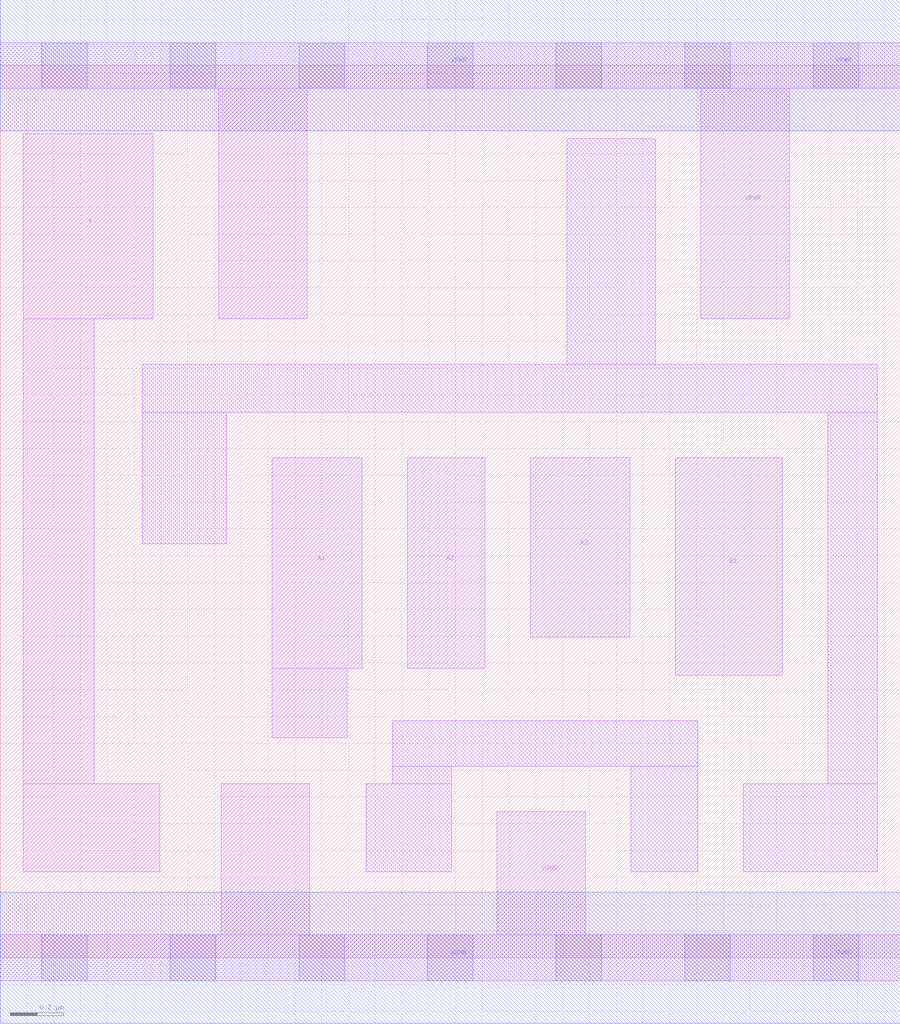
<source format=lef>
# Copyright 2020 The SkyWater PDK Authors
#
# Licensed under the Apache License, Version 2.0 (the "License");
# you may not use this file except in compliance with the License.
# You may obtain a copy of the License at
#
#     https://www.apache.org/licenses/LICENSE-2.0
#
# Unless required by applicable law or agreed to in writing, software
# distributed under the License is distributed on an "AS IS" BASIS,
# WITHOUT WARRANTIES OR CONDITIONS OF ANY KIND, either express or implied.
# See the License for the specific language governing permissions and
# limitations under the License.
#
# SPDX-License-Identifier: Apache-2.0

VERSION 5.7 ;
  NAMESCASESENSITIVE ON ;
  NOWIREEXTENSIONATPIN ON ;
  DIVIDERCHAR "/" ;
  BUSBITCHARS "[]" ;
UNITS
  DATABASE MICRONS 200 ;
END UNITS
MACRO sky130_fd_sc_lp__o31a_0
  CLASS CORE ;
  SOURCE USER ;
  FOREIGN sky130_fd_sc_lp__o31a_0 ;
  ORIGIN  0.000000  0.000000 ;
  SIZE  3.360000 BY  3.330000 ;
  SYMMETRY X Y R90 ;
  SITE unit ;
  PIN A1
    ANTENNAGATEAREA  0.159000 ;
    DIRECTION INPUT ;
    USE SIGNAL ;
    PORT
      LAYER li1 ;
        RECT 1.015000 0.820000 1.295000 1.080000 ;
        RECT 1.015000 1.080000 1.350000 1.865000 ;
    END
  END A1
  PIN A2
    ANTENNAGATEAREA  0.159000 ;
    DIRECTION INPUT ;
    USE SIGNAL ;
    PORT
      LAYER li1 ;
        RECT 1.520000 1.080000 1.810000 1.865000 ;
    END
  END A2
  PIN A3
    ANTENNAGATEAREA  0.159000 ;
    DIRECTION INPUT ;
    USE SIGNAL ;
    PORT
      LAYER li1 ;
        RECT 1.980000 1.195000 2.350000 1.865000 ;
    END
  END A3
  PIN B1
    ANTENNAGATEAREA  0.159000 ;
    DIRECTION INPUT ;
    USE SIGNAL ;
    PORT
      LAYER li1 ;
        RECT 2.520000 1.055000 2.920000 1.865000 ;
    END
  END B1
  PIN X
    ANTENNADIFFAREA  0.280900 ;
    DIRECTION OUTPUT ;
    USE SIGNAL ;
    PORT
      LAYER li1 ;
        RECT 0.085000 0.320000 0.595000 0.650000 ;
        RECT 0.085000 0.650000 0.350000 2.385000 ;
        RECT 0.085000 2.385000 0.570000 3.075000 ;
    END
  END X
  PIN VGND
    DIRECTION INOUT ;
    USE GROUND ;
    PORT
      LAYER li1 ;
        RECT 0.000000 -0.085000 3.360000 0.085000 ;
        RECT 0.825000  0.085000 1.155000 0.650000 ;
        RECT 1.855000  0.085000 2.185000 0.545000 ;
      LAYER mcon ;
        RECT 0.155000 -0.085000 0.325000 0.085000 ;
        RECT 0.635000 -0.085000 0.805000 0.085000 ;
        RECT 1.115000 -0.085000 1.285000 0.085000 ;
        RECT 1.595000 -0.085000 1.765000 0.085000 ;
        RECT 2.075000 -0.085000 2.245000 0.085000 ;
        RECT 2.555000 -0.085000 2.725000 0.085000 ;
        RECT 3.035000 -0.085000 3.205000 0.085000 ;
      LAYER met1 ;
        RECT 0.000000 -0.245000 3.360000 0.245000 ;
    END
  END VGND
  PIN VPWR
    DIRECTION INOUT ;
    USE POWER ;
    PORT
      LAYER li1 ;
        RECT 0.000000 3.245000 3.360000 3.415000 ;
        RECT 0.815000 2.385000 1.145000 3.245000 ;
        RECT 2.615000 2.385000 2.945000 3.245000 ;
      LAYER mcon ;
        RECT 0.155000 3.245000 0.325000 3.415000 ;
        RECT 0.635000 3.245000 0.805000 3.415000 ;
        RECT 1.115000 3.245000 1.285000 3.415000 ;
        RECT 1.595000 3.245000 1.765000 3.415000 ;
        RECT 2.075000 3.245000 2.245000 3.415000 ;
        RECT 2.555000 3.245000 2.725000 3.415000 ;
        RECT 3.035000 3.245000 3.205000 3.415000 ;
      LAYER met1 ;
        RECT 0.000000 3.085000 3.360000 3.575000 ;
    END
  END VPWR
  OBS
    LAYER li1 ;
      RECT 0.530000 1.545000 0.845000 2.035000 ;
      RECT 0.530000 2.035000 3.275000 2.215000 ;
      RECT 1.365000 0.320000 1.685000 0.650000 ;
      RECT 1.465000 0.650000 1.685000 0.715000 ;
      RECT 1.465000 0.715000 2.605000 0.885000 ;
      RECT 2.115000 2.215000 2.445000 3.055000 ;
      RECT 2.355000 0.320000 2.605000 0.715000 ;
      RECT 2.775000 0.320000 3.275000 0.650000 ;
      RECT 3.090000 0.650000 3.275000 2.035000 ;
  END
END sky130_fd_sc_lp__o31a_0

</source>
